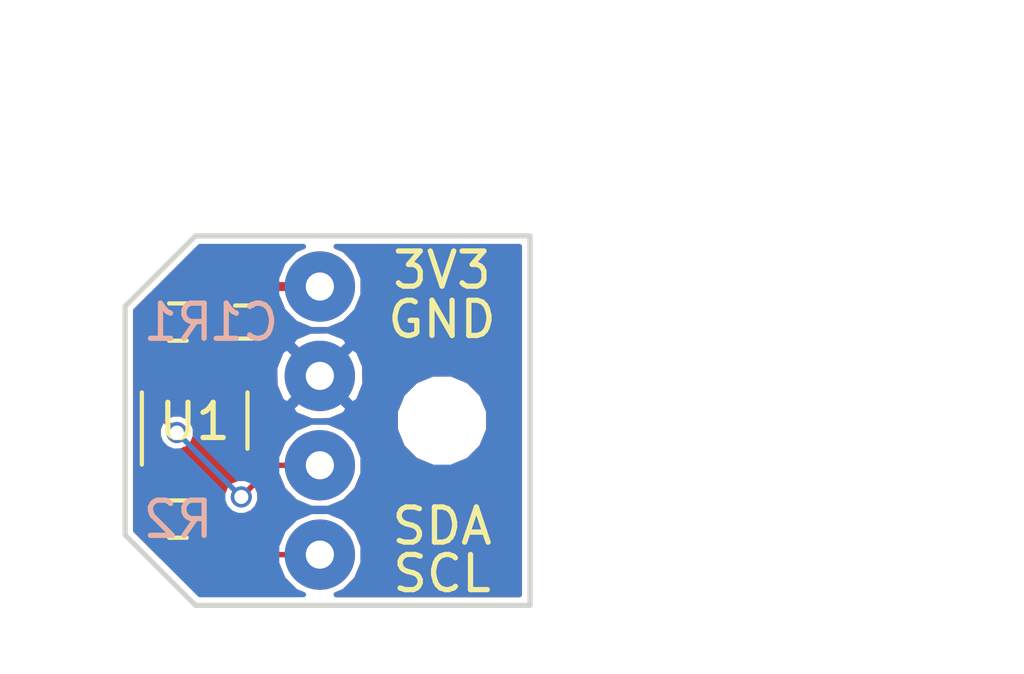
<source format=kicad_pcb>
(kicad_pcb (version 4) (host pcbnew 4.0.7-e2-6376~58~ubuntu16.04.1)

  (general
    (links 12)
    (no_connects 0)
    (area 164.924999 101.424999 176.575001 112.075001)
    (thickness 1)
    (drawings 9)
    (tracks 30)
    (zones 0)
    (modules 9)
    (nets 5)
  )

  (page A4)
  (layers
    (0 F.Cu signal)
    (31 B.Cu signal)
    (32 B.Adhes user)
    (33 F.Adhes user)
    (34 B.Paste user)
    (35 F.Paste user)
    (36 B.SilkS user)
    (37 F.SilkS user)
    (38 B.Mask user)
    (39 F.Mask user)
    (40 Dwgs.User user)
    (41 Cmts.User user)
    (42 Eco1.User user)
    (43 Eco2.User user)
    (44 Edge.Cuts user)
    (45 Margin user)
    (46 B.CrtYd user)
    (47 F.CrtYd user)
    (48 B.Fab user)
    (49 F.Fab user)
  )

  (setup
    (last_trace_width 0.1524)
    (trace_clearance 0.1524)
    (zone_clearance 0.1524)
    (zone_45_only no)
    (trace_min 0.1524)
    (segment_width 0.2)
    (edge_width 0.15)
    (via_size 0.6)
    (via_drill 0.4)
    (via_min_size 0.4)
    (via_min_drill 0.3)
    (uvia_size 0.3)
    (uvia_drill 0.1)
    (uvias_allowed no)
    (uvia_min_size 0)
    (uvia_min_drill 0)
    (pcb_text_width 0.3)
    (pcb_text_size 1.5 1.5)
    (mod_edge_width 0.15)
    (mod_text_size 1 1)
    (mod_text_width 0.15)
    (pad_size 0.5 0.5)
    (pad_drill 0)
    (pad_to_mask_clearance 0.1)
    (aux_axis_origin 0 0)
    (visible_elements FFFEFF7F)
    (pcbplotparams
      (layerselection 0x00030_80000001)
      (usegerberextensions false)
      (excludeedgelayer true)
      (linewidth 0.100000)
      (plotframeref false)
      (viasonmask false)
      (mode 1)
      (useauxorigin false)
      (hpglpennumber 1)
      (hpglpenspeed 20)
      (hpglpendiameter 15)
      (hpglpenoverlay 2)
      (psnegative false)
      (psa4output false)
      (plotreference true)
      (plotvalue true)
      (plotinvisibletext false)
      (padsonsilk false)
      (subtractmaskfromsilk false)
      (outputformat 1)
      (mirror false)
      (drillshape 1)
      (scaleselection 1)
      (outputdirectory ""))
  )

  (net 0 "")
  (net 1 "Net-(J2-Pad1)")
  (net 2 GND)
  (net 3 "Net-(J4-Pad1)")
  (net 4 +3V3)

  (net_class Default "This is the default net class."
    (clearance 0.1524)
    (trace_width 0.1524)
    (via_dia 0.6)
    (via_drill 0.4)
    (uvia_dia 0.3)
    (uvia_drill 0.1)
    (add_net "Net-(J2-Pad1)")
    (add_net "Net-(J4-Pad1)")
  )

  (net_class PWR ""
    (clearance 0.1524)
    (trace_width 0.254)
    (via_dia 0.6)
    (via_drill 0.4)
    (uvia_dia 0.3)
    (uvia_drill 0.1)
    (add_net +3V3)
    (add_net GND)
  )

  (module Mounting_Holes:MountingHole_2.2mm_M2_DIN965 (layer F.Cu) (tedit 5A52B6CD) (tstamp 5983B9C0)
    (at 174 106.75)
    (descr "Mounting Hole 2.2mm, no annular, M2, DIN965")
    (tags "mounting hole 2.2mm no annular m2 din965")
    (fp_text reference REF** (at 0 -2.9) (layer F.SilkS) hide
      (effects (font (size 1 1) (thickness 0.15)))
    )
    (fp_text value MountingHole_2.2mm_M2_DIN965 (at 0 2.9) (layer F.Fab)
      (effects (font (size 1 1) (thickness 0.15)))
    )
    (fp_circle (center 0 0) (end 1.9 0) (layer Cmts.User) (width 0.15))
    (fp_circle (center 0 0) (end 2.15 0) (layer F.CrtYd) (width 0.05))
    (pad 1 np_thru_hole circle (at 0 0) (size 2.2 2.2) (drill 2.2) (layers *.Cu *.Mask))
  )

  (module Capacitors_SMD:C_0402 (layer F.Cu) (tedit 5A52BDA4) (tstamp 5973EB2E)
    (at 168.375 103.95 180)
    (descr "Capacitor SMD 0402, reflow soldering, AVX (see smccp.pdf)")
    (tags "capacitor 0402")
    (path /5973D244)
    (attr smd)
    (fp_text reference C1 (at 0.003 -0.006 180) (layer B.SilkS)
      (effects (font (size 1 1) (thickness 0.15)) (justify mirror))
    )
    (fp_text value C (at 0 1.27 180) (layer F.Fab)
      (effects (font (size 1 1) (thickness 0.15)))
    )
    (fp_text user %R (at 0 -1.27 180) (layer F.Fab)
      (effects (font (size 1 1) (thickness 0.15)))
    )
    (fp_line (start -0.5 0.25) (end -0.5 -0.25) (layer F.Fab) (width 0.1))
    (fp_line (start 0.5 0.25) (end -0.5 0.25) (layer F.Fab) (width 0.1))
    (fp_line (start 0.5 -0.25) (end 0.5 0.25) (layer F.Fab) (width 0.1))
    (fp_line (start -0.5 -0.25) (end 0.5 -0.25) (layer F.Fab) (width 0.1))
    (fp_line (start 0.25 -0.47) (end -0.25 -0.47) (layer F.SilkS) (width 0.12))
    (fp_line (start -0.25 0.47) (end 0.25 0.47) (layer F.SilkS) (width 0.12))
    (fp_line (start -1 -0.4) (end 1 -0.4) (layer F.CrtYd) (width 0.05))
    (fp_line (start -1 -0.4) (end -1 0.4) (layer F.CrtYd) (width 0.05))
    (fp_line (start 1 0.4) (end 1 -0.4) (layer F.CrtYd) (width 0.05))
    (fp_line (start 1 0.4) (end -1 0.4) (layer F.CrtYd) (width 0.05))
    (pad 1 smd rect (at -0.55 0 180) (size 0.6 0.5) (layers F.Cu F.Paste F.Mask)
      (net 2 GND))
    (pad 2 smd rect (at 0.55 0 180) (size 0.6 0.5) (layers F.Cu F.Paste F.Mask)
      (net 4 +3V3))
    (model Capacitors_SMD.3dshapes/C_0402.wrl
      (at (xyz 0 0 0))
      (scale (xyz 1 1 1))
      (rotate (xyz 0 0 0))
    )
  )

  (module Wire_Pads:SolderWirePad_single_0-8mmDrill (layer F.Cu) (tedit 5A52B783) (tstamp 5973EB2F)
    (at 170.531 102.94)
    (path /59558582)
    (fp_text reference 3V3 (at 3.469 -0.465) (layer F.SilkS)
      (effects (font (size 1 1) (thickness 0.15)))
    )
    (fp_text value VDD (at 0 2.54) (layer F.Fab)
      (effects (font (size 1 1) (thickness 0.15)))
    )
    (pad 1 thru_hole circle (at 0 0) (size 1.99898 1.99898) (drill 0.8001) (layers *.Cu *.Mask)
      (net 4 +3V3))
  )

  (module Wire_Pads:SolderWirePad_single_0-8mmDrill (layer F.Cu) (tedit 5A52B8C7) (tstamp 5973EB33)
    (at 170.531 110.56)
    (path /59558603)
    (fp_text reference SCL (at 3.469 0.54) (layer F.SilkS)
      (effects (font (size 1 1) (thickness 0.15)))
    )
    (fp_text value SCL (at 0 2.54) (layer F.Fab)
      (effects (font (size 1 1) (thickness 0.15)))
    )
    (pad 1 thru_hole circle (at 0 0) (size 1.99898 1.99898) (drill 0.8001) (layers *.Cu *.Mask)
      (net 1 "Net-(J2-Pad1)"))
  )

  (module Wire_Pads:SolderWirePad_single_0-8mmDrill (layer F.Cu) (tedit 5A52B75F) (tstamp 5973EB37)
    (at 170.531 105.48)
    (path /59558626)
    (fp_text reference GND (at 3.469 -1.605) (layer F.SilkS)
      (effects (font (size 1 1) (thickness 0.15)))
    )
    (fp_text value GND (at 0 2.54) (layer F.Fab)
      (effects (font (size 1 1) (thickness 0.15)))
    )
    (pad 1 thru_hole circle (at 0 0) (size 1.99898 1.99898) (drill 0.8001) (layers *.Cu *.Mask)
      (net 2 GND))
  )

  (module Wire_Pads:SolderWirePad_single_0-8mmDrill (layer F.Cu) (tedit 5A52B8BD) (tstamp 5973EB3B)
    (at 170.531 108.02)
    (path /59558648)
    (fp_text reference SDA (at 3.469 1.73) (layer F.SilkS)
      (effects (font (size 1 1) (thickness 0.15)))
    )
    (fp_text value SDA (at 0 2.54) (layer F.Fab)
      (effects (font (size 1 1) (thickness 0.15)))
    )
    (pad 1 thru_hole circle (at 0 0) (size 1.99898 1.99898) (drill 0.8001) (layers *.Cu *.Mask)
      (net 3 "Net-(J4-Pad1)"))
  )

  (module custom_lib:TSOP-6 (layer F.Cu) (tedit 5A52BB90) (tstamp 597EA215)
    (at 166.975 106.75 90)
    (descr "6-pin TSOP-6 package, http://www.icbank.com/icbank_data/semi_package/tsop6_dim.pdf")
    (tags TSOP-6)
    (path /59558503)
    (attr smd)
    (fp_text reference U1 (at -0.025 0 180) (layer F.SilkS)
      (effects (font (size 1 1) (thickness 0.15)))
    )
    (fp_text value AT42QT1010-TSHR (at 0 2.5 90) (layer F.Fab)
      (effects (font (size 1 1) (thickness 0.15)))
    )
    (fp_text user %R (at 0 0 180) (layer F.Fab)
      (effects (font (size 0.5 0.5) (thickness 0.075)))
    )
    (fp_line (start -0.8 1.5) (end 0.8 1.5) (layer F.SilkS) (width 0.12))
    (fp_line (start 0.8 -1.5) (end -1.25 -1.5) (layer F.SilkS) (width 0.12))
    (fp_line (start -0.8 -1.05) (end -0.4 -1.45) (layer F.Fab) (width 0.1))
    (fp_line (start 0.8 -1.45) (end -0.4 -1.45) (layer F.Fab) (width 0.1))
    (fp_line (start -0.8 -1.05) (end -0.8 1.45) (layer F.Fab) (width 0.1))
    (fp_line (start 0.8 1.45) (end -0.8 1.45) (layer F.Fab) (width 0.1))
    (fp_line (start 0.8 -1.45) (end 0.8 1.45) (layer F.Fab) (width 0.1))
    (fp_line (start -2.17 -1.7) (end 2.17 -1.7) (layer F.CrtYd) (width 0.05))
    (fp_line (start -2.17 -1.7) (end -2.17 1.7) (layer F.CrtYd) (width 0.05))
    (fp_line (start 2.17 1.7) (end 2.17 -1.7) (layer F.CrtYd) (width 0.05))
    (fp_line (start 2.17 1.7) (end -2.17 1.7) (layer F.CrtYd) (width 0.05))
    (pad 1 smd rect (at -1.2 -0.95 90) (size 0.5 0.5) (layers F.Cu F.Paste F.Mask)
      (net 1 "Net-(J2-Pad1)"))
    (pad 2 smd rect (at -1.2 0 90) (size 0.5 0.5) (layers F.Cu F.Paste F.Mask)
      (net 2 GND) (zone_connect 2))
    (pad 3 smd rect (at -1.2 0.95 90) (size 0.5 0.5) (layers F.Cu F.Paste F.Mask)
      (net 2 GND) (zone_connect 2))
    (pad 4 smd rect (at 1.2 0.95 90) (size 0.5 0.5) (layers F.Cu F.Paste F.Mask)
      (net 4 +3V3))
    (pad 5 smd rect (at 1.2 0 90) (size 0.5 0.5) (layers F.Cu F.Paste F.Mask)
      (net 2 GND) (zone_connect 2))
    (pad 6 smd rect (at 1.2 -0.95 90) (size 0.5 0.5) (layers F.Cu F.Paste F.Mask)
      (net 3 "Net-(J4-Pad1)"))
    (model ${KISYS3DMOD}/TO_SOT_Packages_SMD.3dshapes/TSOT-23-6_MK06A.wrl
      (at (xyz 0 0 0))
      (scale (xyz 1 1 1))
      (rotate (xyz 0 0 0))
    )
  )

  (module Resistors_SMD:R_0402 (layer F.Cu) (tedit 5A52BDCA) (tstamp 5A52B4CC)
    (at 166.5 103.95 180)
    (descr "Resistor SMD 0402, reflow soldering, Vishay (see dcrcw.pdf)")
    (tags "resistor 0402")
    (path /5A52B2E5)
    (attr smd)
    (fp_text reference R1 (at -0.0051 -0.006 180) (layer B.SilkS)
      (effects (font (size 1 1) (thickness 0.15)) (justify mirror))
    )
    (fp_text value 10k (at 0 1.45 180) (layer F.Fab)
      (effects (font (size 1 1) (thickness 0.15)))
    )
    (fp_text user %R (at 0 -1.35 180) (layer F.Fab)
      (effects (font (size 1 1) (thickness 0.15)))
    )
    (fp_line (start -0.5 0.25) (end -0.5 -0.25) (layer F.Fab) (width 0.1))
    (fp_line (start 0.5 0.25) (end -0.5 0.25) (layer F.Fab) (width 0.1))
    (fp_line (start 0.5 -0.25) (end 0.5 0.25) (layer F.Fab) (width 0.1))
    (fp_line (start -0.5 -0.25) (end 0.5 -0.25) (layer F.Fab) (width 0.1))
    (fp_line (start 0.25 -0.53) (end -0.25 -0.53) (layer F.SilkS) (width 0.12))
    (fp_line (start -0.25 0.53) (end 0.25 0.53) (layer F.SilkS) (width 0.12))
    (fp_line (start -0.8 -0.45) (end 0.8 -0.45) (layer F.CrtYd) (width 0.05))
    (fp_line (start -0.8 -0.45) (end -0.8 0.45) (layer F.CrtYd) (width 0.05))
    (fp_line (start 0.8 0.45) (end 0.8 -0.45) (layer F.CrtYd) (width 0.05))
    (fp_line (start 0.8 0.45) (end -0.8 0.45) (layer F.CrtYd) (width 0.05))
    (pad 1 smd rect (at -0.45 0 180) (size 0.4 0.6) (layers F.Cu F.Paste F.Mask)
      (net 4 +3V3))
    (pad 2 smd rect (at 0.45 0 180) (size 0.4 0.6) (layers F.Cu F.Paste F.Mask)
      (net 3 "Net-(J4-Pad1)"))
    (model ${KISYS3DMOD}/Resistors_SMD.3dshapes/R_0402.wrl
      (at (xyz 0 0 0))
      (scale (xyz 1 1 1))
      (rotate (xyz 0 0 0))
    )
  )

  (module Resistors_SMD:R_0402 (layer F.Cu) (tedit 5A52BDD8) (tstamp 5A52B4D2)
    (at 166.5 109.55 180)
    (descr "Resistor SMD 0402, reflow soldering, Vishay (see dcrcw.pdf)")
    (tags "resistor 0402")
    (path /5A52B327)
    (attr smd)
    (fp_text reference R2 (at -0.0051 -0.0067 180) (layer B.SilkS)
      (effects (font (size 1 1) (thickness 0.15)) (justify mirror))
    )
    (fp_text value 10k (at 0 1.45 180) (layer F.Fab)
      (effects (font (size 1 1) (thickness 0.15)))
    )
    (fp_text user %R (at -1.5 -1.3 180) (layer F.Fab)
      (effects (font (size 1 1) (thickness 0.15)))
    )
    (fp_line (start -0.5 0.25) (end -0.5 -0.25) (layer F.Fab) (width 0.1))
    (fp_line (start 0.5 0.25) (end -0.5 0.25) (layer F.Fab) (width 0.1))
    (fp_line (start 0.5 -0.25) (end 0.5 0.25) (layer F.Fab) (width 0.1))
    (fp_line (start -0.5 -0.25) (end 0.5 -0.25) (layer F.Fab) (width 0.1))
    (fp_line (start 0.25 -0.53) (end -0.25 -0.53) (layer F.SilkS) (width 0.12))
    (fp_line (start -0.25 0.53) (end 0.25 0.53) (layer F.SilkS) (width 0.12))
    (fp_line (start -0.8 -0.45) (end 0.8 -0.45) (layer F.CrtYd) (width 0.05))
    (fp_line (start -0.8 -0.45) (end -0.8 0.45) (layer F.CrtYd) (width 0.05))
    (fp_line (start 0.8 0.45) (end 0.8 -0.45) (layer F.CrtYd) (width 0.05))
    (fp_line (start 0.8 0.45) (end -0.8 0.45) (layer F.CrtYd) (width 0.05))
    (pad 1 smd rect (at -0.45 0 180) (size 0.4 0.6) (layers F.Cu F.Paste F.Mask)
      (net 4 +3V3))
    (pad 2 smd rect (at 0.45 0 180) (size 0.4 0.6) (layers F.Cu F.Paste F.Mask)
      (net 1 "Net-(J2-Pad1)"))
    (model ${KISYS3DMOD}/Resistors_SMD.3dshapes/R_0402.wrl
      (at (xyz 0 0 0))
      (scale (xyz 1 1 1))
      (rotate (xyz 0 0 0))
    )
  )

  (dimension 11.5 (width 0.3) (layer Cmts.User)
    (gr_text "11,500 mm" (at 170.75 96.65) (layer Cmts.User)
      (effects (font (size 1.5 1.5) (thickness 0.3)))
    )
    (feature1 (pts (xy 176.5 106.75) (xy 176.5 95.3)))
    (feature2 (pts (xy 165 106.75) (xy 165 95.3)))
    (crossbar (pts (xy 165 98) (xy 176.5 98)))
    (arrow1a (pts (xy 176.5 98) (xy 175.373496 98.586421)))
    (arrow1b (pts (xy 176.5 98) (xy 175.373496 97.413579)))
    (arrow2a (pts (xy 165 98) (xy 166.126504 98.586421)))
    (arrow2b (pts (xy 165 98) (xy 166.126504 97.413579)))
  )
  (gr_line (start 165 110) (end 167 112) (angle 90) (layer Edge.Cuts) (width 0.15))
  (gr_line (start 165 103.5) (end 165 110) (angle 90) (layer Edge.Cuts) (width 0.15))
  (gr_line (start 167 101.5) (end 165 103.5) (angle 90) (layer Edge.Cuts) (width 0.15))
  (dimension 10.5 (width 0.3) (layer Cmts.User)
    (gr_text "10,500 mm" (at 187.85 106.75 90) (layer Cmts.User)
      (effects (font (size 1.5 1.5) (thickness 0.3)))
    )
    (feature1 (pts (xy 176.5 101.5) (xy 189.2 101.5)))
    (feature2 (pts (xy 176.5 112) (xy 189.2 112)))
    (crossbar (pts (xy 186.5 112) (xy 186.5 101.5)))
    (arrow1a (pts (xy 186.5 101.5) (xy 187.086421 102.626504)))
    (arrow1b (pts (xy 186.5 101.5) (xy 185.913579 102.626504)))
    (arrow2a (pts (xy 186.5 112) (xy 187.086421 110.873496)))
    (arrow2b (pts (xy 186.5 112) (xy 185.913579 110.873496)))
  )
  (gr_line (start 176.5 112) (end 176.5 101.5) (angle 90) (layer Edge.Cuts) (width 0.15))
  (gr_line (start 167 112) (end 176.5 112) (angle 90) (layer Edge.Cuts) (width 0.15))
  (gr_line (start 169 101.5) (end 167 101.5) (angle 90) (layer Edge.Cuts) (width 0.15))
  (gr_line (start 176.5 101.5) (end 169 101.5) (angle 90) (layer Edge.Cuts) (width 0.15))

  (segment (start 166.05 109.55) (end 166.05 109.5) (width 0.1524) (layer F.Cu) (net 1) (status C00000))
  (segment (start 166.05 109.5) (end 166.55 109) (width 0.1524) (layer F.Cu) (net 1) (tstamp 5A52B939) (status 400000))
  (segment (start 169.06 110.56) (end 170.531 110.56) (width 0.1524) (layer F.Cu) (net 1) (tstamp 5A52B951) (status 800000))
  (segment (start 167.5 109) (end 169.06 110.56) (width 0.1524) (layer F.Cu) (net 1) (tstamp 5A52B943))
  (segment (start 166.55 109) (end 167.5 109) (width 0.1524) (layer F.Cu) (net 1) (tstamp 5A52B93F))
  (segment (start 166.025 107.95) (end 166.025 109.525) (width 0.1524) (layer F.Cu) (net 1) (status C00000))
  (segment (start 166.025 109.525) (end 166.05 109.55) (width 0.1524) (layer F.Cu) (net 1) (tstamp 5A52B936) (status C00000))
  (segment (start 166.025 105.55) (end 166.025 106.645) (width 0.1524) (layer F.Cu) (net 3) (status 400000))
  (segment (start 169.2 108.02) (end 170.531 108.02) (width 0.1524) (layer F.Cu) (net 3) (tstamp 5A52BA81) (status 800000))
  (segment (start 168.3 108.92) (end 169.2 108.02) (width 0.1524) (layer F.Cu) (net 3) (tstamp 5A52BA80))
  (via (at 168.3 108.92) (size 0.6) (drill 0.4) (layers F.Cu B.Cu) (net 3))
  (segment (start 166.47 107.09) (end 168.3 108.92) (width 0.1524) (layer B.Cu) (net 3) (tstamp 5A52BA66))
  (via (at 166.47 107.09) (size 0.6) (drill 0.4) (layers F.Cu B.Cu) (net 3))
  (segment (start 166.025 106.645) (end 166.47 107.09) (width 0.1524) (layer F.Cu) (net 3) (tstamp 5A52B9CD))
  (segment (start 166.025 105.55) (end 166.025 103.975) (width 0.1524) (layer F.Cu) (net 3))
  (segment (start 166.025 103.975) (end 166.05 103.95) (width 0.1524) (layer F.Cu) (net 3) (tstamp 5A52B81F))
  (segment (start 166.95 109.55) (end 166.95 110.3) (width 0.254) (layer F.Cu) (net 4) (status 400000))
  (segment (start 166.95 103.6) (end 166.95 103.95) (width 0.254) (layer F.Cu) (net 4) (tstamp 5A52B92B) (status 800000))
  (segment (start 166.6 103.25) (end 166.95 103.6) (width 0.254) (layer F.Cu) (net 4) (tstamp 5A52B927))
  (segment (start 165.75 103.25) (end 166.6 103.25) (width 0.254) (layer F.Cu) (net 4) (tstamp 5A52B924))
  (segment (start 165.35 103.65) (end 165.75 103.25) (width 0.254) (layer F.Cu) (net 4) (tstamp 5A52B910))
  (segment (start 165.35 109.85) (end 165.35 103.65) (width 0.254) (layer F.Cu) (net 4) (tstamp 5A52B8FC))
  (segment (start 166.05 110.55) (end 165.35 109.85) (width 0.254) (layer F.Cu) (net 4) (tstamp 5A52B8F6))
  (segment (start 166.7 110.55) (end 166.05 110.55) (width 0.254) (layer F.Cu) (net 4) (tstamp 5A52B8F2))
  (segment (start 166.95 110.3) (end 166.7 110.55) (width 0.254) (layer F.Cu) (net 4) (tstamp 5A52B8F1))
  (segment (start 167.825 103.95) (end 167.825 105.45) (width 0.254) (layer F.Cu) (net 4))
  (segment (start 167.825 105.45) (end 167.925 105.55) (width 0.254) (layer F.Cu) (net 4) (tstamp 5A52B805))
  (segment (start 166.95 103.95) (end 167.825 103.95) (width 0.254) (layer F.Cu) (net 4))
  (segment (start 170.531 102.94) (end 167.96 102.94) (width 0.254) (layer F.Cu) (net 4))
  (segment (start 167.96 102.94) (end 166.95 103.95) (width 0.254) (layer F.Cu) (net 4) (tstamp 5A52B7FE))

  (zone (net 2) (net_name GND) (layer F.Cu) (tstamp 5A52BAD6) (hatch edge 0.508)
    (connect_pads (clearance 0.1524))
    (min_thickness 0.1524)
    (fill yes (arc_segments 16) (thermal_gap 0.2032) (thermal_bridge_width 0.3048))
    (polygon
      (pts
        (xy 176.3 111.85) (xy 167.1 111.85) (xy 165.2 109.95) (xy 165.2 103.55) (xy 167.1 101.65)
        (xy 176.3 101.65)
      )
    )
    (filled_polygon
      (pts
        (xy 176.1964 111.6964) (xy 170.996632 111.6964) (xy 171.225748 111.601731) (xy 171.571517 111.256566) (xy 171.758877 110.805354)
        (xy 171.759303 110.316789) (xy 171.572731 109.865252) (xy 171.227566 109.519483) (xy 170.776354 109.332123) (xy 170.287789 109.331697)
        (xy 169.836252 109.518269) (xy 169.490483 109.863434) (xy 169.327807 110.2552) (xy 169.186252 110.2552) (xy 168.379722 109.44867)
        (xy 168.404684 109.448692) (xy 168.599037 109.368387) (xy 168.747864 109.219819) (xy 168.828508 109.025606) (xy 168.828686 108.822366)
        (xy 169.326252 108.3248) (xy 169.328145 108.3248) (xy 169.489269 108.714748) (xy 169.834434 109.060517) (xy 170.285646 109.247877)
        (xy 170.774211 109.248303) (xy 171.225748 109.061731) (xy 171.571517 108.716566) (xy 171.758877 108.265354) (xy 171.759303 107.776789)
        (xy 171.572731 107.325252) (xy 171.26114 107.013115) (xy 172.67117 107.013115) (xy 172.873011 107.501608) (xy 173.246426 107.875676)
        (xy 173.734566 108.078369) (xy 174.263115 108.07883) (xy 174.751608 107.876989) (xy 175.125676 107.503574) (xy 175.328369 107.015434)
        (xy 175.32883 106.486885) (xy 175.126989 105.998392) (xy 174.753574 105.624324) (xy 174.265434 105.421631) (xy 173.736885 105.42117)
        (xy 173.248392 105.623011) (xy 172.874324 105.996426) (xy 172.671631 106.484566) (xy 172.67117 107.013115) (xy 171.26114 107.013115)
        (xy 171.227566 106.979483) (xy 170.776354 106.792123) (xy 170.287789 106.791697) (xy 169.836252 106.978269) (xy 169.490483 107.323434)
        (xy 169.327807 107.7152) (xy 169.2 107.7152) (xy 169.083358 107.738402) (xy 168.984474 107.804474) (xy 168.397463 108.391485)
        (xy 168.195316 108.391308) (xy 168.000963 108.471613) (xy 167.852136 108.620181) (xy 167.771492 108.814394) (xy 167.771469 108.840417)
        (xy 167.715526 108.784474) (xy 167.616642 108.718402) (xy 167.5 108.6952) (xy 166.55 108.6952) (xy 166.433358 108.718402)
        (xy 166.334474 108.784474) (xy 166.3298 108.789148) (xy 166.3298 108.422767) (xy 166.359714 108.417138) (xy 166.437518 108.367072)
        (xy 166.489715 108.29068) (xy 166.508078 108.2) (xy 166.508078 107.7) (xy 166.492765 107.61862) (xy 166.574684 107.618692)
        (xy 166.769037 107.538387) (xy 166.917864 107.389819) (xy 166.998508 107.195606) (xy 166.998692 106.985316) (xy 166.918387 106.790963)
        (xy 166.769819 106.642136) (xy 166.575606 106.561492) (xy 166.372366 106.561314) (xy 166.3298 106.518748) (xy 166.3298 106.404853)
        (xy 169.71391 106.404853) (xy 169.827517 106.5779) (xy 170.301214 106.763539) (xy 170.809895 106.75377) (xy 171.234483 106.5779)
        (xy 171.34809 106.404853) (xy 170.531 105.587763) (xy 169.71391 106.404853) (xy 166.3298 106.404853) (xy 166.3298 106.022767)
        (xy 166.359714 106.017138) (xy 166.437518 105.967072) (xy 166.489715 105.89068) (xy 166.508078 105.8) (xy 166.508078 105.3)
        (xy 166.492138 105.215286) (xy 166.442072 105.137482) (xy 166.36568 105.085285) (xy 166.3298 105.078019) (xy 166.3298 104.468063)
        (xy 166.334714 104.467138) (xy 166.412518 104.417072) (xy 166.464715 104.34068) (xy 166.483078 104.25) (xy 166.483078 103.65)
        (xy 166.479827 103.632721) (xy 166.516922 103.669816) (xy 166.516922 104.25) (xy 166.532862 104.334714) (xy 166.582928 104.412518)
        (xy 166.65932 104.464715) (xy 166.75 104.483078) (xy 167.15 104.483078) (xy 167.234714 104.467138) (xy 167.312518 104.417072)
        (xy 167.353983 104.356387) (xy 167.357928 104.362518) (xy 167.43432 104.414715) (xy 167.4694 104.421819) (xy 167.4694 105.19598)
        (xy 167.460285 105.20932) (xy 167.441922 105.3) (xy 167.441922 105.8) (xy 167.457862 105.884714) (xy 167.507928 105.962518)
        (xy 167.58432 106.014715) (xy 167.675 106.033078) (xy 168.175 106.033078) (xy 168.259714 106.017138) (xy 168.337518 105.967072)
        (xy 168.389715 105.89068) (xy 168.408078 105.8) (xy 168.408078 105.3) (xy 168.398711 105.250214) (xy 169.247461 105.250214)
        (xy 169.25723 105.758895) (xy 169.4331 106.183483) (xy 169.606147 106.29709) (xy 170.423237 105.48) (xy 170.638763 105.48)
        (xy 171.455853 106.29709) (xy 171.6289 106.183483) (xy 171.814539 105.709786) (xy 171.80477 105.201105) (xy 171.6289 104.776517)
        (xy 171.455853 104.66291) (xy 170.638763 105.48) (xy 170.423237 105.48) (xy 169.606147 104.66291) (xy 169.4331 104.776517)
        (xy 169.247461 105.250214) (xy 168.398711 105.250214) (xy 168.392138 105.215286) (xy 168.342072 105.137482) (xy 168.26568 105.085285)
        (xy 168.1806 105.068056) (xy 168.1806 104.555147) (xy 169.71391 104.555147) (xy 170.531 105.372237) (xy 171.34809 104.555147)
        (xy 171.234483 104.3821) (xy 170.760786 104.196461) (xy 170.252105 104.20623) (xy 169.827517 104.3821) (xy 169.71391 104.555147)
        (xy 168.1806 104.555147) (xy 168.1806 104.422616) (xy 168.209714 104.417138) (xy 168.287518 104.367072) (xy 168.339715 104.29068)
        (xy 168.346422 104.25756) (xy 168.388136 104.358267) (xy 168.466733 104.436864) (xy 168.569424 104.4794) (xy 168.77895 104.4794)
        (xy 168.8488 104.40955) (xy 168.8488 104.0262) (xy 169.0012 104.0262) (xy 169.0012 104.40955) (xy 169.07105 104.4794)
        (xy 169.280576 104.4794) (xy 169.383267 104.436864) (xy 169.461864 104.358267) (xy 169.5044 104.255576) (xy 169.5044 104.09605)
        (xy 169.43455 104.0262) (xy 169.0012 104.0262) (xy 168.8488 104.0262) (xy 168.8288 104.0262) (xy 168.8288 103.8738)
        (xy 168.8488 103.8738) (xy 168.8488 103.49045) (xy 168.77895 103.4206) (xy 168.569424 103.4206) (xy 168.466733 103.463136)
        (xy 168.388136 103.541733) (xy 168.346989 103.641069) (xy 168.342138 103.615286) (xy 168.292072 103.537482) (xy 168.21568 103.485285)
        (xy 168.125 103.466922) (xy 167.935972 103.466922) (xy 168.107294 103.2956) (xy 169.349135 103.2956) (xy 169.44307 103.522939)
        (xy 169.383267 103.463136) (xy 169.280576 103.4206) (xy 169.07105 103.4206) (xy 169.0012 103.49045) (xy 169.0012 103.8738)
        (xy 169.43455 103.8738) (xy 169.5044 103.80395) (xy 169.5044 103.649905) (xy 169.834434 103.980517) (xy 170.285646 104.167877)
        (xy 170.774211 104.168303) (xy 171.225748 103.981731) (xy 171.571517 103.636566) (xy 171.758877 103.185354) (xy 171.759303 102.696789)
        (xy 171.572731 102.245252) (xy 171.227566 101.899483) (xy 170.996655 101.8036) (xy 176.1964 101.8036)
      )
    )
  )
  (zone (net 2) (net_name GND) (layer B.Cu) (tstamp 5A52BC3B) (hatch edge 0.508)
    (connect_pads (clearance 0.1524))
    (min_thickness 0.1524)
    (fill yes (arc_segments 16) (thermal_gap 0.2032) (thermal_bridge_width 0.3048))
    (polygon
      (pts
        (xy 176.3 111.85) (xy 167.1 111.85) (xy 165.2 109.95) (xy 165.2 103.55) (xy 167.1 101.65)
        (xy 176.3 101.65)
      )
    )
    (filled_polygon
      (pts
        (xy 169.836252 101.898269) (xy 169.490483 102.243434) (xy 169.303123 102.694646) (xy 169.302697 103.183211) (xy 169.489269 103.634748)
        (xy 169.834434 103.980517) (xy 170.285646 104.167877) (xy 170.774211 104.168303) (xy 171.225748 103.981731) (xy 171.571517 103.636566)
        (xy 171.758877 103.185354) (xy 171.759303 102.696789) (xy 171.572731 102.245252) (xy 171.227566 101.899483) (xy 170.996655 101.8036)
        (xy 176.1964 101.8036) (xy 176.1964 111.6964) (xy 170.996632 111.6964) (xy 171.225748 111.601731) (xy 171.571517 111.256566)
        (xy 171.758877 110.805354) (xy 171.759303 110.316789) (xy 171.572731 109.865252) (xy 171.227566 109.519483) (xy 170.776354 109.332123)
        (xy 170.287789 109.331697) (xy 169.836252 109.518269) (xy 169.490483 109.863434) (xy 169.303123 110.314646) (xy 169.302697 110.803211)
        (xy 169.489269 111.254748) (xy 169.834434 111.600517) (xy 170.065345 111.6964) (xy 167.125756 111.6964) (xy 165.3036 109.874244)
        (xy 165.3036 107.194684) (xy 165.941308 107.194684) (xy 166.021613 107.389037) (xy 166.170181 107.537864) (xy 166.364394 107.618508)
        (xy 166.567634 107.618686) (xy 167.771485 108.822537) (xy 167.771308 109.024684) (xy 167.851613 109.219037) (xy 168.000181 109.367864)
        (xy 168.194394 109.448508) (xy 168.404684 109.448692) (xy 168.599037 109.368387) (xy 168.747864 109.219819) (xy 168.828508 109.025606)
        (xy 168.828692 108.815316) (xy 168.748387 108.620963) (xy 168.599819 108.472136) (xy 168.405606 108.391492) (xy 168.202366 108.391314)
        (xy 168.074263 108.263211) (xy 169.302697 108.263211) (xy 169.489269 108.714748) (xy 169.834434 109.060517) (xy 170.285646 109.247877)
        (xy 170.774211 109.248303) (xy 171.225748 109.061731) (xy 171.571517 108.716566) (xy 171.758877 108.265354) (xy 171.759303 107.776789)
        (xy 171.572731 107.325252) (xy 171.26114 107.013115) (xy 172.67117 107.013115) (xy 172.873011 107.501608) (xy 173.246426 107.875676)
        (xy 173.734566 108.078369) (xy 174.263115 108.07883) (xy 174.751608 107.876989) (xy 175.125676 107.503574) (xy 175.328369 107.015434)
        (xy 175.32883 106.486885) (xy 175.126989 105.998392) (xy 174.753574 105.624324) (xy 174.265434 105.421631) (xy 173.736885 105.42117)
        (xy 173.248392 105.623011) (xy 172.874324 105.996426) (xy 172.671631 106.484566) (xy 172.67117 107.013115) (xy 171.26114 107.013115)
        (xy 171.227566 106.979483) (xy 170.776354 106.792123) (xy 170.287789 106.791697) (xy 169.836252 106.978269) (xy 169.490483 107.323434)
        (xy 169.303123 107.774646) (xy 169.302697 108.263211) (xy 168.074263 108.263211) (xy 166.998515 107.187463) (xy 166.998692 106.985316)
        (xy 166.918387 106.790963) (xy 166.769819 106.642136) (xy 166.575606 106.561492) (xy 166.365316 106.561308) (xy 166.170963 106.641613)
        (xy 166.022136 106.790181) (xy 165.941492 106.984394) (xy 165.941308 107.194684) (xy 165.3036 107.194684) (xy 165.3036 106.404853)
        (xy 169.71391 106.404853) (xy 169.827517 106.5779) (xy 170.301214 106.763539) (xy 170.809895 106.75377) (xy 171.234483 106.5779)
        (xy 171.34809 106.404853) (xy 170.531 105.587763) (xy 169.71391 106.404853) (xy 165.3036 106.404853) (xy 165.3036 105.250214)
        (xy 169.247461 105.250214) (xy 169.25723 105.758895) (xy 169.4331 106.183483) (xy 169.606147 106.29709) (xy 170.423237 105.48)
        (xy 170.638763 105.48) (xy 171.455853 106.29709) (xy 171.6289 106.183483) (xy 171.814539 105.709786) (xy 171.80477 105.201105)
        (xy 171.6289 104.776517) (xy 171.455853 104.66291) (xy 170.638763 105.48) (xy 170.423237 105.48) (xy 169.606147 104.66291)
        (xy 169.4331 104.776517) (xy 169.247461 105.250214) (xy 165.3036 105.250214) (xy 165.3036 104.555147) (xy 169.71391 104.555147)
        (xy 170.531 105.372237) (xy 171.34809 104.555147) (xy 171.234483 104.3821) (xy 170.760786 104.196461) (xy 170.252105 104.20623)
        (xy 169.827517 104.3821) (xy 169.71391 104.555147) (xy 165.3036 104.555147) (xy 165.3036 103.625756) (xy 167.125756 101.8036)
        (xy 170.065368 101.8036)
      )
    )
  )
)

</source>
